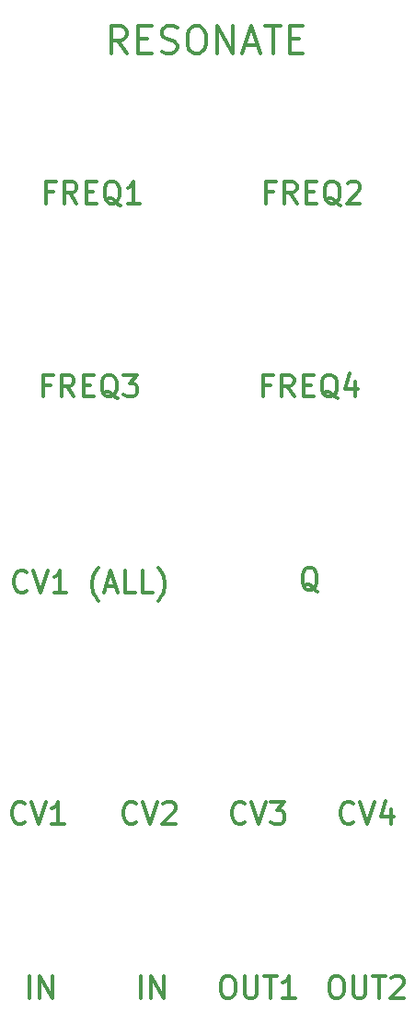
<source format=gbr>
G04 #@! TF.GenerationSoftware,KiCad,Pcbnew,(5.1.9-0-10_14)*
G04 #@! TF.CreationDate,2021-02-15T22:11:41-08:00*
G04 #@! TF.ProjectId,resonate,7265736f-6e61-4746-952e-6b696361645f,rev?*
G04 #@! TF.SameCoordinates,Original*
G04 #@! TF.FileFunction,Legend,Top*
G04 #@! TF.FilePolarity,Positive*
%FSLAX46Y46*%
G04 Gerber Fmt 4.6, Leading zero omitted, Abs format (unit mm)*
G04 Created by KiCad (PCBNEW (5.1.9-0-10_14)) date 2021-02-15 22:11:41*
%MOMM*%
%LPD*%
G01*
G04 APERTURE LIST*
%ADD10C,0.300000*%
G04 APERTURE END LIST*
D10*
X132047619Y10845238D02*
X132428571Y10845238D01*
X132619047Y10750000D01*
X132809523Y10559523D01*
X132904761Y10178571D01*
X132904761Y9511904D01*
X132809523Y9130952D01*
X132619047Y8940476D01*
X132428571Y8845238D01*
X132047619Y8845238D01*
X131857142Y8940476D01*
X131666666Y9130952D01*
X131571428Y9511904D01*
X131571428Y10178571D01*
X131666666Y10559523D01*
X131857142Y10750000D01*
X132047619Y10845238D01*
X133761904Y10845238D02*
X133761904Y9226190D01*
X133857142Y9035714D01*
X133952380Y8940476D01*
X134142857Y8845238D01*
X134523809Y8845238D01*
X134714285Y8940476D01*
X134809523Y9035714D01*
X134904761Y9226190D01*
X134904761Y10845238D01*
X135571428Y10845238D02*
X136714285Y10845238D01*
X136142857Y8845238D02*
X136142857Y10845238D01*
X137285714Y10654761D02*
X137380952Y10750000D01*
X137571428Y10845238D01*
X138047619Y10845238D01*
X138238095Y10750000D01*
X138333333Y10654761D01*
X138428571Y10464285D01*
X138428571Y10273809D01*
X138333333Y9988095D01*
X137190476Y8845238D01*
X138428571Y8845238D01*
X122047619Y10845238D02*
X122428571Y10845238D01*
X122619047Y10750000D01*
X122809523Y10559523D01*
X122904761Y10178571D01*
X122904761Y9511904D01*
X122809523Y9130952D01*
X122619047Y8940476D01*
X122428571Y8845238D01*
X122047619Y8845238D01*
X121857142Y8940476D01*
X121666666Y9130952D01*
X121571428Y9511904D01*
X121571428Y10178571D01*
X121666666Y10559523D01*
X121857142Y10750000D01*
X122047619Y10845238D01*
X123761904Y10845238D02*
X123761904Y9226190D01*
X123857142Y9035714D01*
X123952380Y8940476D01*
X124142857Y8845238D01*
X124523809Y8845238D01*
X124714285Y8940476D01*
X124809523Y9035714D01*
X124904761Y9226190D01*
X124904761Y10845238D01*
X125571428Y10845238D02*
X126714285Y10845238D01*
X126142857Y8845238D02*
X126142857Y10845238D01*
X128428571Y8845238D02*
X127285714Y8845238D01*
X127857142Y8845238D02*
X127857142Y10845238D01*
X127666666Y10559523D01*
X127476190Y10369047D01*
X127285714Y10273809D01*
X114202380Y8845238D02*
X114202380Y10845238D01*
X115154761Y8845238D02*
X115154761Y10845238D01*
X116297619Y8845238D01*
X116297619Y10845238D01*
X103952380Y8845238D02*
X103952380Y10845238D01*
X104904761Y8845238D02*
X104904761Y10845238D01*
X106047619Y8845238D01*
X106047619Y10845238D01*
X133809523Y25035714D02*
X133714285Y24940476D01*
X133428571Y24845238D01*
X133238095Y24845238D01*
X132952380Y24940476D01*
X132761904Y25130952D01*
X132666666Y25321428D01*
X132571428Y25702380D01*
X132571428Y25988095D01*
X132666666Y26369047D01*
X132761904Y26559523D01*
X132952380Y26750000D01*
X133238095Y26845238D01*
X133428571Y26845238D01*
X133714285Y26750000D01*
X133809523Y26654761D01*
X134380952Y26845238D02*
X135047619Y24845238D01*
X135714285Y26845238D01*
X137238095Y26178571D02*
X137238095Y24845238D01*
X136761904Y26940476D02*
X136285714Y25511904D01*
X137523809Y25511904D01*
X123809523Y25035714D02*
X123714285Y24940476D01*
X123428571Y24845238D01*
X123238095Y24845238D01*
X122952380Y24940476D01*
X122761904Y25130952D01*
X122666666Y25321428D01*
X122571428Y25702380D01*
X122571428Y25988095D01*
X122666666Y26369047D01*
X122761904Y26559523D01*
X122952380Y26750000D01*
X123238095Y26845238D01*
X123428571Y26845238D01*
X123714285Y26750000D01*
X123809523Y26654761D01*
X124380952Y26845238D02*
X125047619Y24845238D01*
X125714285Y26845238D01*
X126190476Y26845238D02*
X127428571Y26845238D01*
X126761904Y26083333D01*
X127047619Y26083333D01*
X127238095Y25988095D01*
X127333333Y25892857D01*
X127428571Y25702380D01*
X127428571Y25226190D01*
X127333333Y25035714D01*
X127238095Y24940476D01*
X127047619Y24845238D01*
X126476190Y24845238D01*
X126285714Y24940476D01*
X126190476Y25035714D01*
X113809523Y25035714D02*
X113714285Y24940476D01*
X113428571Y24845238D01*
X113238095Y24845238D01*
X112952380Y24940476D01*
X112761904Y25130952D01*
X112666666Y25321428D01*
X112571428Y25702380D01*
X112571428Y25988095D01*
X112666666Y26369047D01*
X112761904Y26559523D01*
X112952380Y26750000D01*
X113238095Y26845238D01*
X113428571Y26845238D01*
X113714285Y26750000D01*
X113809523Y26654761D01*
X114380952Y26845238D02*
X115047619Y24845238D01*
X115714285Y26845238D01*
X116285714Y26654761D02*
X116380952Y26750000D01*
X116571428Y26845238D01*
X117047619Y26845238D01*
X117238095Y26750000D01*
X117333333Y26654761D01*
X117428571Y26464285D01*
X117428571Y26273809D01*
X117333333Y25988095D01*
X116190476Y24845238D01*
X117428571Y24845238D01*
X130511904Y46154761D02*
X130321428Y46250000D01*
X130130952Y46440476D01*
X129845238Y46726190D01*
X129654761Y46821428D01*
X129464285Y46821428D01*
X129559523Y46345238D02*
X129369047Y46440476D01*
X129178571Y46630952D01*
X129083333Y47011904D01*
X129083333Y47678571D01*
X129178571Y48059523D01*
X129369047Y48250000D01*
X129559523Y48345238D01*
X129940476Y48345238D01*
X130130952Y48250000D01*
X130321428Y48059523D01*
X130416666Y47678571D01*
X130416666Y47011904D01*
X130321428Y46630952D01*
X130130952Y46440476D01*
X129940476Y46345238D01*
X129559523Y46345238D01*
X103738095Y46285714D02*
X103642857Y46190476D01*
X103357142Y46095238D01*
X103166666Y46095238D01*
X102880952Y46190476D01*
X102690476Y46380952D01*
X102595238Y46571428D01*
X102500000Y46952380D01*
X102500000Y47238095D01*
X102595238Y47619047D01*
X102690476Y47809523D01*
X102880952Y48000000D01*
X103166666Y48095238D01*
X103357142Y48095238D01*
X103642857Y48000000D01*
X103738095Y47904761D01*
X104309523Y48095238D02*
X104976190Y46095238D01*
X105642857Y48095238D01*
X107357142Y46095238D02*
X106214285Y46095238D01*
X106785714Y46095238D02*
X106785714Y48095238D01*
X106595238Y47809523D01*
X106404761Y47619047D01*
X106214285Y47523809D01*
X110309523Y45333333D02*
X110214285Y45428571D01*
X110023809Y45714285D01*
X109928571Y45904761D01*
X109833333Y46190476D01*
X109738095Y46666666D01*
X109738095Y47047619D01*
X109833333Y47523809D01*
X109928571Y47809523D01*
X110023809Y48000000D01*
X110214285Y48285714D01*
X110309523Y48380952D01*
X110976190Y46666666D02*
X111928571Y46666666D01*
X110785714Y46095238D02*
X111452380Y48095238D01*
X112119047Y46095238D01*
X113738095Y46095238D02*
X112785714Y46095238D01*
X112785714Y48095238D01*
X115357142Y46095238D02*
X114404761Y46095238D01*
X114404761Y48095238D01*
X115833333Y45333333D02*
X115928571Y45428571D01*
X116119047Y45714285D01*
X116214285Y45904761D01*
X116309523Y46190476D01*
X116404761Y46666666D01*
X116404761Y47047619D01*
X116309523Y47523809D01*
X116214285Y47809523D01*
X116119047Y48000000D01*
X115928571Y48285714D01*
X115833333Y48380952D01*
X126130952Y65142857D02*
X125464285Y65142857D01*
X125464285Y64095238D02*
X125464285Y66095238D01*
X126416666Y66095238D01*
X128321428Y64095238D02*
X127654761Y65047619D01*
X127178571Y64095238D02*
X127178571Y66095238D01*
X127940476Y66095238D01*
X128130952Y66000000D01*
X128226190Y65904761D01*
X128321428Y65714285D01*
X128321428Y65428571D01*
X128226190Y65238095D01*
X128130952Y65142857D01*
X127940476Y65047619D01*
X127178571Y65047619D01*
X129178571Y65142857D02*
X129845238Y65142857D01*
X130130952Y64095238D02*
X129178571Y64095238D01*
X129178571Y66095238D01*
X130130952Y66095238D01*
X132321428Y63904761D02*
X132130952Y64000000D01*
X131940476Y64190476D01*
X131654761Y64476190D01*
X131464285Y64571428D01*
X131273809Y64571428D01*
X131369047Y64095238D02*
X131178571Y64190476D01*
X130988095Y64380952D01*
X130892857Y64761904D01*
X130892857Y65428571D01*
X130988095Y65809523D01*
X131178571Y66000000D01*
X131369047Y66095238D01*
X131750000Y66095238D01*
X131940476Y66000000D01*
X132130952Y65809523D01*
X132226190Y65428571D01*
X132226190Y64761904D01*
X132130952Y64380952D01*
X131940476Y64190476D01*
X131750000Y64095238D01*
X131369047Y64095238D01*
X133940476Y65428571D02*
X133940476Y64095238D01*
X133464285Y66190476D02*
X132988095Y64761904D01*
X134226190Y64761904D01*
X105880952Y65142857D02*
X105214285Y65142857D01*
X105214285Y64095238D02*
X105214285Y66095238D01*
X106166666Y66095238D01*
X108071428Y64095238D02*
X107404761Y65047619D01*
X106928571Y64095238D02*
X106928571Y66095238D01*
X107690476Y66095238D01*
X107880952Y66000000D01*
X107976190Y65904761D01*
X108071428Y65714285D01*
X108071428Y65428571D01*
X107976190Y65238095D01*
X107880952Y65142857D01*
X107690476Y65047619D01*
X106928571Y65047619D01*
X108928571Y65142857D02*
X109595238Y65142857D01*
X109880952Y64095238D02*
X108928571Y64095238D01*
X108928571Y66095238D01*
X109880952Y66095238D01*
X112071428Y63904761D02*
X111880952Y64000000D01*
X111690476Y64190476D01*
X111404761Y64476190D01*
X111214285Y64571428D01*
X111023809Y64571428D01*
X111119047Y64095238D02*
X110928571Y64190476D01*
X110738095Y64380952D01*
X110642857Y64761904D01*
X110642857Y65428571D01*
X110738095Y65809523D01*
X110928571Y66000000D01*
X111119047Y66095238D01*
X111500000Y66095238D01*
X111690476Y66000000D01*
X111880952Y65809523D01*
X111976190Y65428571D01*
X111976190Y64761904D01*
X111880952Y64380952D01*
X111690476Y64190476D01*
X111500000Y64095238D01*
X111119047Y64095238D01*
X112642857Y66095238D02*
X113880952Y66095238D01*
X113214285Y65333333D01*
X113500000Y65333333D01*
X113690476Y65238095D01*
X113785714Y65142857D01*
X113880952Y64952380D01*
X113880952Y64476190D01*
X113785714Y64285714D01*
X113690476Y64190476D01*
X113500000Y64095238D01*
X112928571Y64095238D01*
X112738095Y64190476D01*
X112642857Y64285714D01*
X112928571Y95619047D02*
X112095238Y96809523D01*
X111500000Y95619047D02*
X111500000Y98119047D01*
X112452380Y98119047D01*
X112690476Y98000000D01*
X112809523Y97880952D01*
X112928571Y97642857D01*
X112928571Y97285714D01*
X112809523Y97047619D01*
X112690476Y96928571D01*
X112452380Y96809523D01*
X111500000Y96809523D01*
X114000000Y96928571D02*
X114833333Y96928571D01*
X115190476Y95619047D02*
X114000000Y95619047D01*
X114000000Y98119047D01*
X115190476Y98119047D01*
X116142857Y95738095D02*
X116500000Y95619047D01*
X117095238Y95619047D01*
X117333333Y95738095D01*
X117452380Y95857142D01*
X117571428Y96095238D01*
X117571428Y96333333D01*
X117452380Y96571428D01*
X117333333Y96690476D01*
X117095238Y96809523D01*
X116619047Y96928571D01*
X116380952Y97047619D01*
X116261904Y97166666D01*
X116142857Y97404761D01*
X116142857Y97642857D01*
X116261904Y97880952D01*
X116380952Y98000000D01*
X116619047Y98119047D01*
X117214285Y98119047D01*
X117571428Y98000000D01*
X119119047Y98119047D02*
X119595238Y98119047D01*
X119833333Y98000000D01*
X120071428Y97761904D01*
X120190476Y97285714D01*
X120190476Y96452380D01*
X120071428Y95976190D01*
X119833333Y95738095D01*
X119595238Y95619047D01*
X119119047Y95619047D01*
X118880952Y95738095D01*
X118642857Y95976190D01*
X118523809Y96452380D01*
X118523809Y97285714D01*
X118642857Y97761904D01*
X118880952Y98000000D01*
X119119047Y98119047D01*
X121261904Y95619047D02*
X121261904Y98119047D01*
X122690476Y95619047D01*
X122690476Y98119047D01*
X123761904Y96333333D02*
X124952380Y96333333D01*
X123523809Y95619047D02*
X124357142Y98119047D01*
X125190476Y95619047D01*
X125666666Y98119047D02*
X127095238Y98119047D01*
X126380952Y95619047D02*
X126380952Y98119047D01*
X127928571Y96928571D02*
X128761904Y96928571D01*
X129119047Y95619047D02*
X127928571Y95619047D01*
X127928571Y98119047D01*
X129119047Y98119047D01*
X126380952Y82892857D02*
X125714285Y82892857D01*
X125714285Y81845238D02*
X125714285Y83845238D01*
X126666666Y83845238D01*
X128571428Y81845238D02*
X127904761Y82797619D01*
X127428571Y81845238D02*
X127428571Y83845238D01*
X128190476Y83845238D01*
X128380952Y83750000D01*
X128476190Y83654761D01*
X128571428Y83464285D01*
X128571428Y83178571D01*
X128476190Y82988095D01*
X128380952Y82892857D01*
X128190476Y82797619D01*
X127428571Y82797619D01*
X129428571Y82892857D02*
X130095238Y82892857D01*
X130380952Y81845238D02*
X129428571Y81845238D01*
X129428571Y83845238D01*
X130380952Y83845238D01*
X132571428Y81654761D02*
X132380952Y81750000D01*
X132190476Y81940476D01*
X131904761Y82226190D01*
X131714285Y82321428D01*
X131523809Y82321428D01*
X131619047Y81845238D02*
X131428571Y81940476D01*
X131238095Y82130952D01*
X131142857Y82511904D01*
X131142857Y83178571D01*
X131238095Y83559523D01*
X131428571Y83750000D01*
X131619047Y83845238D01*
X132000000Y83845238D01*
X132190476Y83750000D01*
X132380952Y83559523D01*
X132476190Y83178571D01*
X132476190Y82511904D01*
X132380952Y82130952D01*
X132190476Y81940476D01*
X132000000Y81845238D01*
X131619047Y81845238D01*
X133238095Y83654761D02*
X133333333Y83750000D01*
X133523809Y83845238D01*
X134000000Y83845238D01*
X134190476Y83750000D01*
X134285714Y83654761D01*
X134380952Y83464285D01*
X134380952Y83273809D01*
X134285714Y82988095D01*
X133142857Y81845238D01*
X134380952Y81845238D01*
X106130952Y82892857D02*
X105464285Y82892857D01*
X105464285Y81845238D02*
X105464285Y83845238D01*
X106416666Y83845238D01*
X108321428Y81845238D02*
X107654761Y82797619D01*
X107178571Y81845238D02*
X107178571Y83845238D01*
X107940476Y83845238D01*
X108130952Y83750000D01*
X108226190Y83654761D01*
X108321428Y83464285D01*
X108321428Y83178571D01*
X108226190Y82988095D01*
X108130952Y82892857D01*
X107940476Y82797619D01*
X107178571Y82797619D01*
X109178571Y82892857D02*
X109845238Y82892857D01*
X110130952Y81845238D02*
X109178571Y81845238D01*
X109178571Y83845238D01*
X110130952Y83845238D01*
X112321428Y81654761D02*
X112130952Y81750000D01*
X111940476Y81940476D01*
X111654761Y82226190D01*
X111464285Y82321428D01*
X111273809Y82321428D01*
X111369047Y81845238D02*
X111178571Y81940476D01*
X110988095Y82130952D01*
X110892857Y82511904D01*
X110892857Y83178571D01*
X110988095Y83559523D01*
X111178571Y83750000D01*
X111369047Y83845238D01*
X111750000Y83845238D01*
X111940476Y83750000D01*
X112130952Y83559523D01*
X112226190Y83178571D01*
X112226190Y82511904D01*
X112130952Y82130952D01*
X111940476Y81940476D01*
X111750000Y81845238D01*
X111369047Y81845238D01*
X114130952Y81845238D02*
X112988095Y81845238D01*
X113559523Y81845238D02*
X113559523Y83845238D01*
X113369047Y83559523D01*
X113178571Y83369047D01*
X112988095Y83273809D01*
X103559523Y25035714D02*
X103464285Y24940476D01*
X103178571Y24845238D01*
X102988095Y24845238D01*
X102702380Y24940476D01*
X102511904Y25130952D01*
X102416666Y25321428D01*
X102321428Y25702380D01*
X102321428Y25988095D01*
X102416666Y26369047D01*
X102511904Y26559523D01*
X102702380Y26750000D01*
X102988095Y26845238D01*
X103178571Y26845238D01*
X103464285Y26750000D01*
X103559523Y26654761D01*
X104130952Y26845238D02*
X104797619Y24845238D01*
X105464285Y26845238D01*
X107178571Y24845238D02*
X106035714Y24845238D01*
X106607142Y24845238D02*
X106607142Y26845238D01*
X106416666Y26559523D01*
X106226190Y26369047D01*
X106035714Y26273809D01*
M02*

</source>
